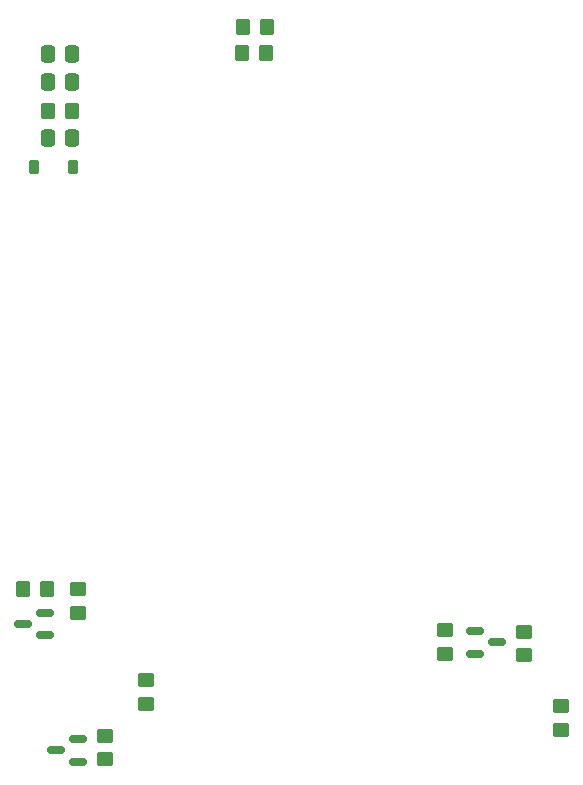
<source format=gbr>
%TF.GenerationSoftware,KiCad,Pcbnew,8.0.9-8.0.9-0~ubuntu24.04.1*%
%TF.CreationDate,2025-11-19T12:46:58-08:00*%
%TF.ProjectId,rover_monitor_r2,726f7665-725f-46d6-9f6e-69746f725f72,rev?*%
%TF.SameCoordinates,Original*%
%TF.FileFunction,Paste,Bot*%
%TF.FilePolarity,Positive*%
%FSLAX46Y46*%
G04 Gerber Fmt 4.6, Leading zero omitted, Abs format (unit mm)*
G04 Created by KiCad (PCBNEW 8.0.9-8.0.9-0~ubuntu24.04.1) date 2025-11-19 12:46:58*
%MOMM*%
%LPD*%
G01*
G04 APERTURE LIST*
G04 Aperture macros list*
%AMRoundRect*
0 Rectangle with rounded corners*
0 $1 Rounding radius*
0 $2 $3 $4 $5 $6 $7 $8 $9 X,Y pos of 4 corners*
0 Add a 4 corners polygon primitive as box body*
4,1,4,$2,$3,$4,$5,$6,$7,$8,$9,$2,$3,0*
0 Add four circle primitives for the rounded corners*
1,1,$1+$1,$2,$3*
1,1,$1+$1,$4,$5*
1,1,$1+$1,$6,$7*
1,1,$1+$1,$8,$9*
0 Add four rect primitives between the rounded corners*
20,1,$1+$1,$2,$3,$4,$5,0*
20,1,$1+$1,$4,$5,$6,$7,0*
20,1,$1+$1,$6,$7,$8,$9,0*
20,1,$1+$1,$8,$9,$2,$3,0*%
G04 Aperture macros list end*
%ADD10RoundRect,0.250000X-0.350000X-0.450000X0.350000X-0.450000X0.350000X0.450000X-0.350000X0.450000X0*%
%ADD11RoundRect,0.250000X0.450000X-0.350000X0.450000X0.350000X-0.450000X0.350000X-0.450000X-0.350000X0*%
%ADD12RoundRect,0.250000X-0.337500X-0.475000X0.337500X-0.475000X0.337500X0.475000X-0.337500X0.475000X0*%
%ADD13RoundRect,0.250000X-0.450000X0.350000X-0.450000X-0.350000X0.450000X-0.350000X0.450000X0.350000X0*%
%ADD14RoundRect,0.250000X0.337500X0.475000X-0.337500X0.475000X-0.337500X-0.475000X0.337500X-0.475000X0*%
%ADD15RoundRect,0.225000X0.225000X0.375000X-0.225000X0.375000X-0.225000X-0.375000X0.225000X-0.375000X0*%
%ADD16RoundRect,0.150000X0.587500X0.150000X-0.587500X0.150000X-0.587500X-0.150000X0.587500X-0.150000X0*%
%ADD17RoundRect,0.150000X-0.587500X-0.150000X0.587500X-0.150000X0.587500X0.150000X-0.587500X0.150000X0*%
G04 APERTURE END LIST*
D10*
%TO.C,R9*%
X77013600Y-82923200D03*
X79013600Y-82923200D03*
%TD*%
D11*
%TO.C,R7*%
X65313600Y-144923200D03*
X65313600Y-142923200D03*
%TD*%
D10*
%TO.C,R10*%
X76913600Y-85123200D03*
X78913600Y-85123200D03*
%TD*%
D12*
%TO.C,C2*%
X60476100Y-87623200D03*
X62551100Y-87623200D03*
%TD*%
D11*
%TO.C,R3*%
X100813600Y-136123200D03*
X100813600Y-134123200D03*
%TD*%
D13*
%TO.C,R2*%
X103913600Y-140423200D03*
X103913600Y-142423200D03*
%TD*%
%TO.C,R4*%
X94113600Y-134023200D03*
X94113600Y-136023200D03*
%TD*%
D11*
%TO.C,R5*%
X63013600Y-132523200D03*
X63013600Y-130523200D03*
%TD*%
D14*
%TO.C,C3*%
X62551100Y-92323200D03*
X60476100Y-92323200D03*
%TD*%
D13*
%TO.C,R1*%
X68813600Y-138223200D03*
X68813600Y-140223200D03*
%TD*%
D14*
%TO.C,C1*%
X62551100Y-85223200D03*
X60476100Y-85223200D03*
%TD*%
D15*
%TO.C,D3*%
X62563600Y-94823200D03*
X59263600Y-94823200D03*
%TD*%
D16*
%TO.C,Q2*%
X60213600Y-132523200D03*
X60213600Y-134423200D03*
X58338600Y-133473200D03*
%TD*%
D17*
%TO.C,Q1*%
X96613600Y-135973200D03*
X96613600Y-134073200D03*
X98488600Y-135023200D03*
%TD*%
D10*
%TO.C,R8*%
X60513600Y-90023200D03*
X62513600Y-90023200D03*
%TD*%
%TO.C,R6*%
X58413600Y-130523200D03*
X60413600Y-130523200D03*
%TD*%
D16*
%TO.C,Q3*%
X63013600Y-143223200D03*
X63013600Y-145123200D03*
X61138600Y-144173200D03*
%TD*%
M02*

</source>
